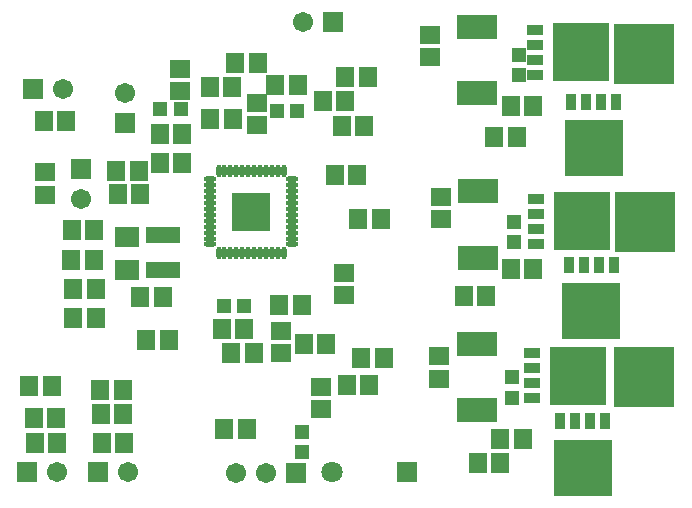
<source format=gts>
G04 DipTrace 3.0.0.1*
G04 stspin32f0.GTS*
%MOIN*%
G04 #@! TF.FileFunction,Soldermask,Top*
G04 #@! TF.Part,Single*
%ADD47R,0.204882X0.204882*%
%ADD49R,0.126142X0.126142*%
%ADD51O,0.019843X0.041496*%
%ADD53O,0.041496X0.019843*%
%ADD55R,0.134016X0.078898*%
%ADD57R,0.047402X0.051339*%
%ADD59R,0.189134X0.193071*%
%ADD61R,0.053307X0.035591*%
%ADD63R,0.193071X0.189134*%
%ADD65R,0.035591X0.053307*%
%ADD67R,0.114331X0.053307*%
%ADD69C,0.067087*%
%ADD71R,0.067087X0.067087*%
%ADD73R,0.078898X0.071024*%
%ADD75R,0.051339X0.047402*%
%ADD77R,0.071024X0.071024*%
%ADD79C,0.071024*%
%ADD81R,0.067087X0.059213*%
%ADD83R,0.059213X0.067087*%
%FSLAX26Y26*%
G04*
G70*
G90*
G75*
G01*
G04 TopMask*
%LPD*%
D83*
X800076Y1511046D3*
X874879D3*
D81*
X1558913Y1170463D3*
Y1095660D3*
D83*
X1606228Y1349971D3*
X1681031D3*
X1527150Y1497001D3*
X1601953D3*
X805025Y1431672D3*
X879828D3*
X1020445Y1536675D3*
X945642D3*
X953972Y1089406D3*
X879169D3*
D81*
X562297Y1430350D3*
Y1505154D3*
D83*
X974037Y946835D3*
X899234D3*
D79*
X1518938Y507500D3*
D77*
X1768938D3*
D83*
X557198Y1675491D3*
X632001D3*
D75*
X1013825Y1715135D3*
X946896D3*
X1402083Y1710168D3*
X1335154D3*
X1159946Y1059147D3*
X1226875D3*
D83*
X1616715Y885728D3*
X1691518D3*
X656265Y1115089D3*
X731068D3*
X585088Y793559D3*
X510285D3*
X820606Y779794D3*
X745803D3*
X1233841Y647992D3*
X1159038D3*
D73*
X836437Y1290646D3*
Y1180409D3*
D83*
X731328Y1020550D3*
X656525D3*
D81*
X1483672Y714945D3*
Y789748D3*
D71*
X682997Y1515739D3*
D69*
Y1415739D3*
D71*
X829660Y1669243D3*
D69*
Y1769243D3*
D71*
X1399776Y502849D3*
D69*
X1299776D3*
X1199776D3*
D71*
X500655Y506615D3*
D69*
X600655D3*
D71*
X739990Y506933D3*
D69*
X839990D3*
D71*
X523060Y1784294D3*
D69*
X623060D3*
D67*
X956366Y1179312D3*
Y1297423D3*
D65*
X2457824Y1197499D3*
X2407824Y1197479D3*
X2357824D3*
X2307824D3*
D63*
X2382824Y1043139D3*
D61*
X2199151Y1416738D3*
X2199171Y1366738D3*
Y1316738D3*
Y1266738D3*
D59*
X2353510Y1341738D3*
D65*
X2466374Y1740559D3*
X2416374Y1740539D3*
X2366374D3*
X2316374D3*
D63*
X2391374Y1586199D3*
D61*
X2194974Y1979454D3*
X2194993Y1929454D3*
Y1879454D3*
Y1829454D3*
D59*
X2349333Y1904454D3*
D65*
X2429848Y675346D3*
X2379848Y675327D3*
X2329848D3*
X2279848D3*
D63*
X2354848Y520987D3*
D61*
X2184009Y901810D3*
X2184029Y851810D3*
Y801810D3*
Y751810D3*
D59*
X2338369Y826810D3*
D83*
X2059386Y1623547D3*
X2134189D3*
X2114352Y1727573D3*
X2189155D3*
X2003875Y534514D3*
X2078678D3*
X2080042Y615339D3*
X2154845D3*
X599916Y684516D3*
X525113D3*
X822789Y698377D3*
X747986D3*
X527320Y601626D3*
X602123D3*
D57*
X2142675Y1896743D3*
Y1829814D3*
D83*
X751713Y603134D3*
X826516D3*
X1958546Y1091919D3*
X2033349D3*
D57*
X1418640Y639932D3*
Y573003D3*
D83*
X1196386Y1868014D3*
X1271189D3*
X1111122Y1790270D3*
X1185925D3*
X2114828Y1183151D3*
X2189631D3*
X1112618Y1682610D3*
X1187421D3*
D57*
X2124106Y1340429D3*
Y1273500D3*
D55*
X2003486Y1770122D3*
Y1990594D3*
D57*
X2118946Y821251D3*
Y754322D3*
D83*
X944650Y1633017D3*
X1019453D3*
D81*
X1013060Y1850465D3*
Y1775661D3*
D55*
X2003969Y1220786D3*
Y1441259D3*
X2002739Y711215D3*
Y931688D3*
D83*
X1562560Y1823451D3*
X1637364D3*
X1487129Y1741180D3*
X1561932D3*
X1551538Y1659079D3*
X1626341D3*
D81*
X1268614Y1737333D3*
Y1662530D3*
D83*
X1404841Y1795594D3*
X1330038D3*
X1424249Y933010D3*
X1499052D3*
X1417962Y1063163D3*
X1343159D3*
D81*
X1347827Y976953D3*
Y902150D3*
D83*
X1226429Y983904D3*
X1151626D3*
X1257882Y902052D3*
X1183079D3*
D81*
X1846790Y1963598D3*
Y1888795D3*
X1883467Y1423427D3*
Y1348623D3*
X1874165Y891568D3*
Y816765D3*
D83*
X1643390Y794566D3*
X1568587D3*
X650810Y1313340D3*
X725613D3*
X724865Y1212772D3*
X650062D3*
D53*
X1113155Y1481224D3*
Y1461539D3*
Y1441854D3*
Y1422169D3*
Y1402484D3*
Y1382799D3*
Y1363114D3*
Y1343429D3*
Y1323744D3*
Y1304059D3*
Y1284374D3*
Y1264689D3*
D51*
X1140714Y1237130D3*
X1160399D3*
X1180084D3*
X1199769D3*
X1219454D3*
X1239139D3*
X1258824D3*
X1278509D3*
X1298194D3*
X1317879D3*
X1337564D3*
X1357249D3*
D53*
X1384808Y1264689D3*
Y1284374D3*
Y1304059D3*
Y1323744D3*
Y1343429D3*
Y1363114D3*
Y1382799D3*
Y1402484D3*
Y1422169D3*
Y1441854D3*
Y1461539D3*
X1384814Y1481224D3*
D51*
X1357249Y1508783D3*
X1337564D3*
X1317879D3*
X1298194D3*
X1278509D3*
X1258824D3*
X1239139D3*
X1219454D3*
X1199769D3*
X1180084D3*
X1160399D3*
X1140714D3*
D49*
X1248984Y1372957D3*
D71*
X1521306Y2006782D3*
D69*
X1421306D3*
D47*
X2559291Y1899825D3*
X2559860Y821419D3*
X2563297Y1340029D3*
M02*

</source>
